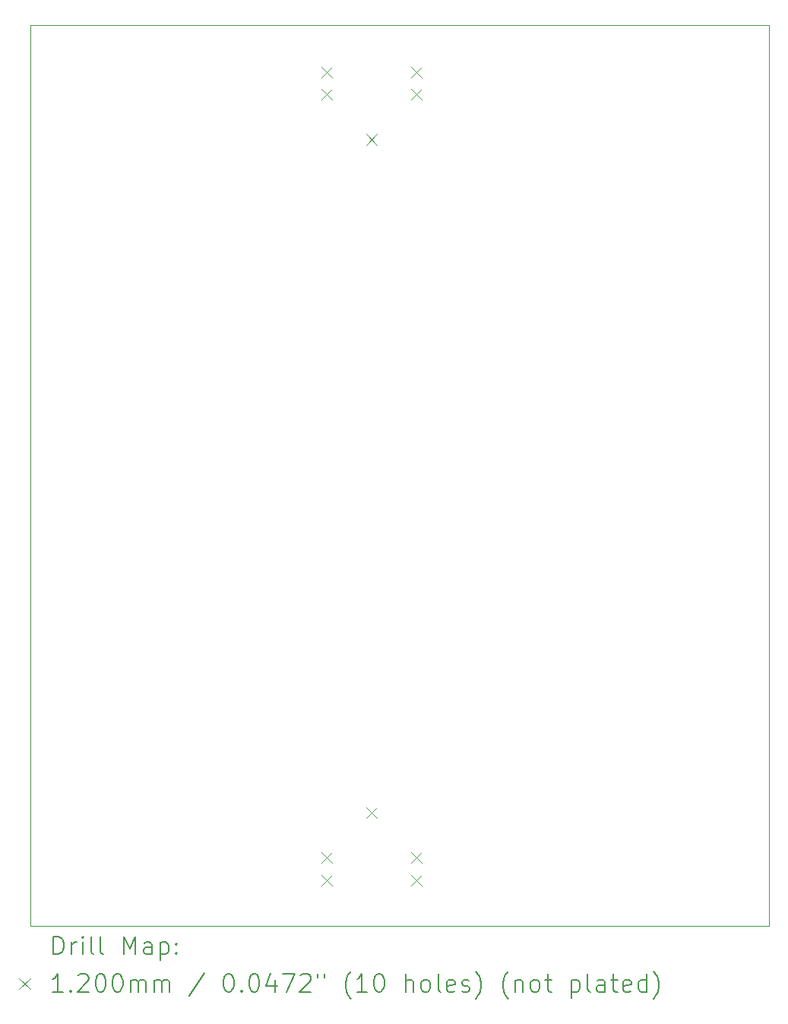
<source format=gbr>
%TF.GenerationSoftware,KiCad,Pcbnew,7.0.7*%
%TF.CreationDate,2024-06-09T16:01:03+02:00*%
%TF.ProjectId,Audio Amplifier,41756469-6f20-4416-9d70-6c6966696572,rev?*%
%TF.SameCoordinates,Original*%
%TF.FileFunction,Drillmap*%
%TF.FilePolarity,Positive*%
%FSLAX45Y45*%
G04 Gerber Fmt 4.5, Leading zero omitted, Abs format (unit mm)*
G04 Created by KiCad (PCBNEW 7.0.7) date 2024-06-09 16:01:03*
%MOMM*%
%LPD*%
G01*
G04 APERTURE LIST*
%ADD10C,0.100000*%
%ADD11C,0.200000*%
%ADD12C,0.120000*%
G04 APERTURE END LIST*
D10*
X10176250Y-5316276D02*
X18405850Y-5316276D01*
X18405850Y-15349275D01*
X10176250Y-15349275D01*
X10176250Y-5316276D01*
D11*
D12*
X13418000Y-5782000D02*
X13538000Y-5902000D01*
X13538000Y-5782000D02*
X13418000Y-5902000D01*
X13418000Y-6032000D02*
X13538000Y-6152000D01*
X13538000Y-6032000D02*
X13418000Y-6152000D01*
X13418000Y-14532000D02*
X13538000Y-14652000D01*
X13538000Y-14532000D02*
X13418000Y-14652000D01*
X13418000Y-14782000D02*
X13538000Y-14902000D01*
X13538000Y-14782000D02*
X13418000Y-14902000D01*
X13918000Y-6532000D02*
X14038000Y-6652000D01*
X14038000Y-6532000D02*
X13918000Y-6652000D01*
X13918000Y-14032000D02*
X14038000Y-14152000D01*
X14038000Y-14032000D02*
X13918000Y-14152000D01*
X14418000Y-5782000D02*
X14538000Y-5902000D01*
X14538000Y-5782000D02*
X14418000Y-5902000D01*
X14418000Y-6032000D02*
X14538000Y-6152000D01*
X14538000Y-6032000D02*
X14418000Y-6152000D01*
X14418000Y-14532000D02*
X14538000Y-14652000D01*
X14538000Y-14532000D02*
X14418000Y-14652000D01*
X14418000Y-14782000D02*
X14538000Y-14902000D01*
X14538000Y-14782000D02*
X14418000Y-14902000D01*
D11*
X10432027Y-15665759D02*
X10432027Y-15465759D01*
X10432027Y-15465759D02*
X10479646Y-15465759D01*
X10479646Y-15465759D02*
X10508217Y-15475283D01*
X10508217Y-15475283D02*
X10527265Y-15494331D01*
X10527265Y-15494331D02*
X10536789Y-15513378D01*
X10536789Y-15513378D02*
X10546313Y-15551473D01*
X10546313Y-15551473D02*
X10546313Y-15580045D01*
X10546313Y-15580045D02*
X10536789Y-15618140D01*
X10536789Y-15618140D02*
X10527265Y-15637188D01*
X10527265Y-15637188D02*
X10508217Y-15656235D01*
X10508217Y-15656235D02*
X10479646Y-15665759D01*
X10479646Y-15665759D02*
X10432027Y-15665759D01*
X10632027Y-15665759D02*
X10632027Y-15532426D01*
X10632027Y-15570521D02*
X10641551Y-15551473D01*
X10641551Y-15551473D02*
X10651074Y-15541950D01*
X10651074Y-15541950D02*
X10670122Y-15532426D01*
X10670122Y-15532426D02*
X10689170Y-15532426D01*
X10755836Y-15665759D02*
X10755836Y-15532426D01*
X10755836Y-15465759D02*
X10746313Y-15475283D01*
X10746313Y-15475283D02*
X10755836Y-15484807D01*
X10755836Y-15484807D02*
X10765360Y-15475283D01*
X10765360Y-15475283D02*
X10755836Y-15465759D01*
X10755836Y-15465759D02*
X10755836Y-15484807D01*
X10879646Y-15665759D02*
X10860598Y-15656235D01*
X10860598Y-15656235D02*
X10851074Y-15637188D01*
X10851074Y-15637188D02*
X10851074Y-15465759D01*
X10984408Y-15665759D02*
X10965360Y-15656235D01*
X10965360Y-15656235D02*
X10955836Y-15637188D01*
X10955836Y-15637188D02*
X10955836Y-15465759D01*
X11212979Y-15665759D02*
X11212979Y-15465759D01*
X11212979Y-15465759D02*
X11279646Y-15608616D01*
X11279646Y-15608616D02*
X11346312Y-15465759D01*
X11346312Y-15465759D02*
X11346312Y-15665759D01*
X11527265Y-15665759D02*
X11527265Y-15560997D01*
X11527265Y-15560997D02*
X11517741Y-15541950D01*
X11517741Y-15541950D02*
X11498693Y-15532426D01*
X11498693Y-15532426D02*
X11460598Y-15532426D01*
X11460598Y-15532426D02*
X11441551Y-15541950D01*
X11527265Y-15656235D02*
X11508217Y-15665759D01*
X11508217Y-15665759D02*
X11460598Y-15665759D01*
X11460598Y-15665759D02*
X11441551Y-15656235D01*
X11441551Y-15656235D02*
X11432027Y-15637188D01*
X11432027Y-15637188D02*
X11432027Y-15618140D01*
X11432027Y-15618140D02*
X11441551Y-15599093D01*
X11441551Y-15599093D02*
X11460598Y-15589569D01*
X11460598Y-15589569D02*
X11508217Y-15589569D01*
X11508217Y-15589569D02*
X11527265Y-15580045D01*
X11622503Y-15532426D02*
X11622503Y-15732426D01*
X11622503Y-15541950D02*
X11641551Y-15532426D01*
X11641551Y-15532426D02*
X11679646Y-15532426D01*
X11679646Y-15532426D02*
X11698693Y-15541950D01*
X11698693Y-15541950D02*
X11708217Y-15551473D01*
X11708217Y-15551473D02*
X11717741Y-15570521D01*
X11717741Y-15570521D02*
X11717741Y-15627664D01*
X11717741Y-15627664D02*
X11708217Y-15646712D01*
X11708217Y-15646712D02*
X11698693Y-15656235D01*
X11698693Y-15656235D02*
X11679646Y-15665759D01*
X11679646Y-15665759D02*
X11641551Y-15665759D01*
X11641551Y-15665759D02*
X11622503Y-15656235D01*
X11803455Y-15646712D02*
X11812979Y-15656235D01*
X11812979Y-15656235D02*
X11803455Y-15665759D01*
X11803455Y-15665759D02*
X11793932Y-15656235D01*
X11793932Y-15656235D02*
X11803455Y-15646712D01*
X11803455Y-15646712D02*
X11803455Y-15665759D01*
X11803455Y-15541950D02*
X11812979Y-15551473D01*
X11812979Y-15551473D02*
X11803455Y-15560997D01*
X11803455Y-15560997D02*
X11793932Y-15551473D01*
X11793932Y-15551473D02*
X11803455Y-15541950D01*
X11803455Y-15541950D02*
X11803455Y-15560997D01*
D12*
X10051250Y-15934275D02*
X10171250Y-16054275D01*
X10171250Y-15934275D02*
X10051250Y-16054275D01*
D11*
X10536789Y-16085759D02*
X10422503Y-16085759D01*
X10479646Y-16085759D02*
X10479646Y-15885759D01*
X10479646Y-15885759D02*
X10460598Y-15914331D01*
X10460598Y-15914331D02*
X10441551Y-15933378D01*
X10441551Y-15933378D02*
X10422503Y-15942902D01*
X10622503Y-16066712D02*
X10632027Y-16076235D01*
X10632027Y-16076235D02*
X10622503Y-16085759D01*
X10622503Y-16085759D02*
X10612979Y-16076235D01*
X10612979Y-16076235D02*
X10622503Y-16066712D01*
X10622503Y-16066712D02*
X10622503Y-16085759D01*
X10708217Y-15904807D02*
X10717741Y-15895283D01*
X10717741Y-15895283D02*
X10736789Y-15885759D01*
X10736789Y-15885759D02*
X10784408Y-15885759D01*
X10784408Y-15885759D02*
X10803455Y-15895283D01*
X10803455Y-15895283D02*
X10812979Y-15904807D01*
X10812979Y-15904807D02*
X10822503Y-15923854D01*
X10822503Y-15923854D02*
X10822503Y-15942902D01*
X10822503Y-15942902D02*
X10812979Y-15971473D01*
X10812979Y-15971473D02*
X10698694Y-16085759D01*
X10698694Y-16085759D02*
X10822503Y-16085759D01*
X10946313Y-15885759D02*
X10965360Y-15885759D01*
X10965360Y-15885759D02*
X10984408Y-15895283D01*
X10984408Y-15895283D02*
X10993932Y-15904807D01*
X10993932Y-15904807D02*
X11003455Y-15923854D01*
X11003455Y-15923854D02*
X11012979Y-15961950D01*
X11012979Y-15961950D02*
X11012979Y-16009569D01*
X11012979Y-16009569D02*
X11003455Y-16047664D01*
X11003455Y-16047664D02*
X10993932Y-16066712D01*
X10993932Y-16066712D02*
X10984408Y-16076235D01*
X10984408Y-16076235D02*
X10965360Y-16085759D01*
X10965360Y-16085759D02*
X10946313Y-16085759D01*
X10946313Y-16085759D02*
X10927265Y-16076235D01*
X10927265Y-16076235D02*
X10917741Y-16066712D01*
X10917741Y-16066712D02*
X10908217Y-16047664D01*
X10908217Y-16047664D02*
X10898694Y-16009569D01*
X10898694Y-16009569D02*
X10898694Y-15961950D01*
X10898694Y-15961950D02*
X10908217Y-15923854D01*
X10908217Y-15923854D02*
X10917741Y-15904807D01*
X10917741Y-15904807D02*
X10927265Y-15895283D01*
X10927265Y-15895283D02*
X10946313Y-15885759D01*
X11136789Y-15885759D02*
X11155836Y-15885759D01*
X11155836Y-15885759D02*
X11174884Y-15895283D01*
X11174884Y-15895283D02*
X11184408Y-15904807D01*
X11184408Y-15904807D02*
X11193932Y-15923854D01*
X11193932Y-15923854D02*
X11203455Y-15961950D01*
X11203455Y-15961950D02*
X11203455Y-16009569D01*
X11203455Y-16009569D02*
X11193932Y-16047664D01*
X11193932Y-16047664D02*
X11184408Y-16066712D01*
X11184408Y-16066712D02*
X11174884Y-16076235D01*
X11174884Y-16076235D02*
X11155836Y-16085759D01*
X11155836Y-16085759D02*
X11136789Y-16085759D01*
X11136789Y-16085759D02*
X11117741Y-16076235D01*
X11117741Y-16076235D02*
X11108217Y-16066712D01*
X11108217Y-16066712D02*
X11098694Y-16047664D01*
X11098694Y-16047664D02*
X11089170Y-16009569D01*
X11089170Y-16009569D02*
X11089170Y-15961950D01*
X11089170Y-15961950D02*
X11098694Y-15923854D01*
X11098694Y-15923854D02*
X11108217Y-15904807D01*
X11108217Y-15904807D02*
X11117741Y-15895283D01*
X11117741Y-15895283D02*
X11136789Y-15885759D01*
X11289170Y-16085759D02*
X11289170Y-15952426D01*
X11289170Y-15971473D02*
X11298693Y-15961950D01*
X11298693Y-15961950D02*
X11317741Y-15952426D01*
X11317741Y-15952426D02*
X11346313Y-15952426D01*
X11346313Y-15952426D02*
X11365360Y-15961950D01*
X11365360Y-15961950D02*
X11374884Y-15980997D01*
X11374884Y-15980997D02*
X11374884Y-16085759D01*
X11374884Y-15980997D02*
X11384408Y-15961950D01*
X11384408Y-15961950D02*
X11403455Y-15952426D01*
X11403455Y-15952426D02*
X11432027Y-15952426D01*
X11432027Y-15952426D02*
X11451074Y-15961950D01*
X11451074Y-15961950D02*
X11460598Y-15980997D01*
X11460598Y-15980997D02*
X11460598Y-16085759D01*
X11555836Y-16085759D02*
X11555836Y-15952426D01*
X11555836Y-15971473D02*
X11565360Y-15961950D01*
X11565360Y-15961950D02*
X11584408Y-15952426D01*
X11584408Y-15952426D02*
X11612979Y-15952426D01*
X11612979Y-15952426D02*
X11632027Y-15961950D01*
X11632027Y-15961950D02*
X11641551Y-15980997D01*
X11641551Y-15980997D02*
X11641551Y-16085759D01*
X11641551Y-15980997D02*
X11651074Y-15961950D01*
X11651074Y-15961950D02*
X11670122Y-15952426D01*
X11670122Y-15952426D02*
X11698693Y-15952426D01*
X11698693Y-15952426D02*
X11717741Y-15961950D01*
X11717741Y-15961950D02*
X11727265Y-15980997D01*
X11727265Y-15980997D02*
X11727265Y-16085759D01*
X12117741Y-15876235D02*
X11946313Y-16133378D01*
X12374884Y-15885759D02*
X12393932Y-15885759D01*
X12393932Y-15885759D02*
X12412979Y-15895283D01*
X12412979Y-15895283D02*
X12422503Y-15904807D01*
X12422503Y-15904807D02*
X12432027Y-15923854D01*
X12432027Y-15923854D02*
X12441551Y-15961950D01*
X12441551Y-15961950D02*
X12441551Y-16009569D01*
X12441551Y-16009569D02*
X12432027Y-16047664D01*
X12432027Y-16047664D02*
X12422503Y-16066712D01*
X12422503Y-16066712D02*
X12412979Y-16076235D01*
X12412979Y-16076235D02*
X12393932Y-16085759D01*
X12393932Y-16085759D02*
X12374884Y-16085759D01*
X12374884Y-16085759D02*
X12355836Y-16076235D01*
X12355836Y-16076235D02*
X12346313Y-16066712D01*
X12346313Y-16066712D02*
X12336789Y-16047664D01*
X12336789Y-16047664D02*
X12327265Y-16009569D01*
X12327265Y-16009569D02*
X12327265Y-15961950D01*
X12327265Y-15961950D02*
X12336789Y-15923854D01*
X12336789Y-15923854D02*
X12346313Y-15904807D01*
X12346313Y-15904807D02*
X12355836Y-15895283D01*
X12355836Y-15895283D02*
X12374884Y-15885759D01*
X12527265Y-16066712D02*
X12536789Y-16076235D01*
X12536789Y-16076235D02*
X12527265Y-16085759D01*
X12527265Y-16085759D02*
X12517741Y-16076235D01*
X12517741Y-16076235D02*
X12527265Y-16066712D01*
X12527265Y-16066712D02*
X12527265Y-16085759D01*
X12660598Y-15885759D02*
X12679646Y-15885759D01*
X12679646Y-15885759D02*
X12698694Y-15895283D01*
X12698694Y-15895283D02*
X12708217Y-15904807D01*
X12708217Y-15904807D02*
X12717741Y-15923854D01*
X12717741Y-15923854D02*
X12727265Y-15961950D01*
X12727265Y-15961950D02*
X12727265Y-16009569D01*
X12727265Y-16009569D02*
X12717741Y-16047664D01*
X12717741Y-16047664D02*
X12708217Y-16066712D01*
X12708217Y-16066712D02*
X12698694Y-16076235D01*
X12698694Y-16076235D02*
X12679646Y-16085759D01*
X12679646Y-16085759D02*
X12660598Y-16085759D01*
X12660598Y-16085759D02*
X12641551Y-16076235D01*
X12641551Y-16076235D02*
X12632027Y-16066712D01*
X12632027Y-16066712D02*
X12622503Y-16047664D01*
X12622503Y-16047664D02*
X12612979Y-16009569D01*
X12612979Y-16009569D02*
X12612979Y-15961950D01*
X12612979Y-15961950D02*
X12622503Y-15923854D01*
X12622503Y-15923854D02*
X12632027Y-15904807D01*
X12632027Y-15904807D02*
X12641551Y-15895283D01*
X12641551Y-15895283D02*
X12660598Y-15885759D01*
X12898694Y-15952426D02*
X12898694Y-16085759D01*
X12851075Y-15876235D02*
X12803456Y-16019093D01*
X12803456Y-16019093D02*
X12927265Y-16019093D01*
X12984408Y-15885759D02*
X13117741Y-15885759D01*
X13117741Y-15885759D02*
X13032027Y-16085759D01*
X13184408Y-15904807D02*
X13193932Y-15895283D01*
X13193932Y-15895283D02*
X13212979Y-15885759D01*
X13212979Y-15885759D02*
X13260598Y-15885759D01*
X13260598Y-15885759D02*
X13279646Y-15895283D01*
X13279646Y-15895283D02*
X13289170Y-15904807D01*
X13289170Y-15904807D02*
X13298694Y-15923854D01*
X13298694Y-15923854D02*
X13298694Y-15942902D01*
X13298694Y-15942902D02*
X13289170Y-15971473D01*
X13289170Y-15971473D02*
X13174884Y-16085759D01*
X13174884Y-16085759D02*
X13298694Y-16085759D01*
X13374884Y-15885759D02*
X13374884Y-15923854D01*
X13451075Y-15885759D02*
X13451075Y-15923854D01*
X13746313Y-16161950D02*
X13736789Y-16152426D01*
X13736789Y-16152426D02*
X13717741Y-16123854D01*
X13717741Y-16123854D02*
X13708218Y-16104807D01*
X13708218Y-16104807D02*
X13698694Y-16076235D01*
X13698694Y-16076235D02*
X13689170Y-16028616D01*
X13689170Y-16028616D02*
X13689170Y-15990521D01*
X13689170Y-15990521D02*
X13698694Y-15942902D01*
X13698694Y-15942902D02*
X13708218Y-15914331D01*
X13708218Y-15914331D02*
X13717741Y-15895283D01*
X13717741Y-15895283D02*
X13736789Y-15866712D01*
X13736789Y-15866712D02*
X13746313Y-15857188D01*
X13927265Y-16085759D02*
X13812979Y-16085759D01*
X13870122Y-16085759D02*
X13870122Y-15885759D01*
X13870122Y-15885759D02*
X13851075Y-15914331D01*
X13851075Y-15914331D02*
X13832027Y-15933378D01*
X13832027Y-15933378D02*
X13812979Y-15942902D01*
X14051075Y-15885759D02*
X14070122Y-15885759D01*
X14070122Y-15885759D02*
X14089170Y-15895283D01*
X14089170Y-15895283D02*
X14098694Y-15904807D01*
X14098694Y-15904807D02*
X14108218Y-15923854D01*
X14108218Y-15923854D02*
X14117741Y-15961950D01*
X14117741Y-15961950D02*
X14117741Y-16009569D01*
X14117741Y-16009569D02*
X14108218Y-16047664D01*
X14108218Y-16047664D02*
X14098694Y-16066712D01*
X14098694Y-16066712D02*
X14089170Y-16076235D01*
X14089170Y-16076235D02*
X14070122Y-16085759D01*
X14070122Y-16085759D02*
X14051075Y-16085759D01*
X14051075Y-16085759D02*
X14032027Y-16076235D01*
X14032027Y-16076235D02*
X14022503Y-16066712D01*
X14022503Y-16066712D02*
X14012979Y-16047664D01*
X14012979Y-16047664D02*
X14003456Y-16009569D01*
X14003456Y-16009569D02*
X14003456Y-15961950D01*
X14003456Y-15961950D02*
X14012979Y-15923854D01*
X14012979Y-15923854D02*
X14022503Y-15904807D01*
X14022503Y-15904807D02*
X14032027Y-15895283D01*
X14032027Y-15895283D02*
X14051075Y-15885759D01*
X14355837Y-16085759D02*
X14355837Y-15885759D01*
X14441551Y-16085759D02*
X14441551Y-15980997D01*
X14441551Y-15980997D02*
X14432027Y-15961950D01*
X14432027Y-15961950D02*
X14412980Y-15952426D01*
X14412980Y-15952426D02*
X14384408Y-15952426D01*
X14384408Y-15952426D02*
X14365360Y-15961950D01*
X14365360Y-15961950D02*
X14355837Y-15971473D01*
X14565360Y-16085759D02*
X14546313Y-16076235D01*
X14546313Y-16076235D02*
X14536789Y-16066712D01*
X14536789Y-16066712D02*
X14527265Y-16047664D01*
X14527265Y-16047664D02*
X14527265Y-15990521D01*
X14527265Y-15990521D02*
X14536789Y-15971473D01*
X14536789Y-15971473D02*
X14546313Y-15961950D01*
X14546313Y-15961950D02*
X14565360Y-15952426D01*
X14565360Y-15952426D02*
X14593932Y-15952426D01*
X14593932Y-15952426D02*
X14612980Y-15961950D01*
X14612980Y-15961950D02*
X14622503Y-15971473D01*
X14622503Y-15971473D02*
X14632027Y-15990521D01*
X14632027Y-15990521D02*
X14632027Y-16047664D01*
X14632027Y-16047664D02*
X14622503Y-16066712D01*
X14622503Y-16066712D02*
X14612980Y-16076235D01*
X14612980Y-16076235D02*
X14593932Y-16085759D01*
X14593932Y-16085759D02*
X14565360Y-16085759D01*
X14746313Y-16085759D02*
X14727265Y-16076235D01*
X14727265Y-16076235D02*
X14717741Y-16057188D01*
X14717741Y-16057188D02*
X14717741Y-15885759D01*
X14898694Y-16076235D02*
X14879646Y-16085759D01*
X14879646Y-16085759D02*
X14841551Y-16085759D01*
X14841551Y-16085759D02*
X14822503Y-16076235D01*
X14822503Y-16076235D02*
X14812980Y-16057188D01*
X14812980Y-16057188D02*
X14812980Y-15980997D01*
X14812980Y-15980997D02*
X14822503Y-15961950D01*
X14822503Y-15961950D02*
X14841551Y-15952426D01*
X14841551Y-15952426D02*
X14879646Y-15952426D01*
X14879646Y-15952426D02*
X14898694Y-15961950D01*
X14898694Y-15961950D02*
X14908218Y-15980997D01*
X14908218Y-15980997D02*
X14908218Y-16000045D01*
X14908218Y-16000045D02*
X14812980Y-16019093D01*
X14984408Y-16076235D02*
X15003456Y-16085759D01*
X15003456Y-16085759D02*
X15041551Y-16085759D01*
X15041551Y-16085759D02*
X15060599Y-16076235D01*
X15060599Y-16076235D02*
X15070122Y-16057188D01*
X15070122Y-16057188D02*
X15070122Y-16047664D01*
X15070122Y-16047664D02*
X15060599Y-16028616D01*
X15060599Y-16028616D02*
X15041551Y-16019093D01*
X15041551Y-16019093D02*
X15012980Y-16019093D01*
X15012980Y-16019093D02*
X14993932Y-16009569D01*
X14993932Y-16009569D02*
X14984408Y-15990521D01*
X14984408Y-15990521D02*
X14984408Y-15980997D01*
X14984408Y-15980997D02*
X14993932Y-15961950D01*
X14993932Y-15961950D02*
X15012980Y-15952426D01*
X15012980Y-15952426D02*
X15041551Y-15952426D01*
X15041551Y-15952426D02*
X15060599Y-15961950D01*
X15136789Y-16161950D02*
X15146313Y-16152426D01*
X15146313Y-16152426D02*
X15165361Y-16123854D01*
X15165361Y-16123854D02*
X15174884Y-16104807D01*
X15174884Y-16104807D02*
X15184408Y-16076235D01*
X15184408Y-16076235D02*
X15193932Y-16028616D01*
X15193932Y-16028616D02*
X15193932Y-15990521D01*
X15193932Y-15990521D02*
X15184408Y-15942902D01*
X15184408Y-15942902D02*
X15174884Y-15914331D01*
X15174884Y-15914331D02*
X15165361Y-15895283D01*
X15165361Y-15895283D02*
X15146313Y-15866712D01*
X15146313Y-15866712D02*
X15136789Y-15857188D01*
X15498694Y-16161950D02*
X15489170Y-16152426D01*
X15489170Y-16152426D02*
X15470122Y-16123854D01*
X15470122Y-16123854D02*
X15460599Y-16104807D01*
X15460599Y-16104807D02*
X15451075Y-16076235D01*
X15451075Y-16076235D02*
X15441551Y-16028616D01*
X15441551Y-16028616D02*
X15441551Y-15990521D01*
X15441551Y-15990521D02*
X15451075Y-15942902D01*
X15451075Y-15942902D02*
X15460599Y-15914331D01*
X15460599Y-15914331D02*
X15470122Y-15895283D01*
X15470122Y-15895283D02*
X15489170Y-15866712D01*
X15489170Y-15866712D02*
X15498694Y-15857188D01*
X15574884Y-15952426D02*
X15574884Y-16085759D01*
X15574884Y-15971473D02*
X15584408Y-15961950D01*
X15584408Y-15961950D02*
X15603456Y-15952426D01*
X15603456Y-15952426D02*
X15632027Y-15952426D01*
X15632027Y-15952426D02*
X15651075Y-15961950D01*
X15651075Y-15961950D02*
X15660599Y-15980997D01*
X15660599Y-15980997D02*
X15660599Y-16085759D01*
X15784408Y-16085759D02*
X15765361Y-16076235D01*
X15765361Y-16076235D02*
X15755837Y-16066712D01*
X15755837Y-16066712D02*
X15746313Y-16047664D01*
X15746313Y-16047664D02*
X15746313Y-15990521D01*
X15746313Y-15990521D02*
X15755837Y-15971473D01*
X15755837Y-15971473D02*
X15765361Y-15961950D01*
X15765361Y-15961950D02*
X15784408Y-15952426D01*
X15784408Y-15952426D02*
X15812980Y-15952426D01*
X15812980Y-15952426D02*
X15832027Y-15961950D01*
X15832027Y-15961950D02*
X15841551Y-15971473D01*
X15841551Y-15971473D02*
X15851075Y-15990521D01*
X15851075Y-15990521D02*
X15851075Y-16047664D01*
X15851075Y-16047664D02*
X15841551Y-16066712D01*
X15841551Y-16066712D02*
X15832027Y-16076235D01*
X15832027Y-16076235D02*
X15812980Y-16085759D01*
X15812980Y-16085759D02*
X15784408Y-16085759D01*
X15908218Y-15952426D02*
X15984408Y-15952426D01*
X15936789Y-15885759D02*
X15936789Y-16057188D01*
X15936789Y-16057188D02*
X15946313Y-16076235D01*
X15946313Y-16076235D02*
X15965361Y-16085759D01*
X15965361Y-16085759D02*
X15984408Y-16085759D01*
X16203456Y-15952426D02*
X16203456Y-16152426D01*
X16203456Y-15961950D02*
X16222503Y-15952426D01*
X16222503Y-15952426D02*
X16260599Y-15952426D01*
X16260599Y-15952426D02*
X16279646Y-15961950D01*
X16279646Y-15961950D02*
X16289170Y-15971473D01*
X16289170Y-15971473D02*
X16298694Y-15990521D01*
X16298694Y-15990521D02*
X16298694Y-16047664D01*
X16298694Y-16047664D02*
X16289170Y-16066712D01*
X16289170Y-16066712D02*
X16279646Y-16076235D01*
X16279646Y-16076235D02*
X16260599Y-16085759D01*
X16260599Y-16085759D02*
X16222503Y-16085759D01*
X16222503Y-16085759D02*
X16203456Y-16076235D01*
X16412980Y-16085759D02*
X16393932Y-16076235D01*
X16393932Y-16076235D02*
X16384408Y-16057188D01*
X16384408Y-16057188D02*
X16384408Y-15885759D01*
X16574884Y-16085759D02*
X16574884Y-15980997D01*
X16574884Y-15980997D02*
X16565361Y-15961950D01*
X16565361Y-15961950D02*
X16546313Y-15952426D01*
X16546313Y-15952426D02*
X16508218Y-15952426D01*
X16508218Y-15952426D02*
X16489170Y-15961950D01*
X16574884Y-16076235D02*
X16555837Y-16085759D01*
X16555837Y-16085759D02*
X16508218Y-16085759D01*
X16508218Y-16085759D02*
X16489170Y-16076235D01*
X16489170Y-16076235D02*
X16479646Y-16057188D01*
X16479646Y-16057188D02*
X16479646Y-16038140D01*
X16479646Y-16038140D02*
X16489170Y-16019093D01*
X16489170Y-16019093D02*
X16508218Y-16009569D01*
X16508218Y-16009569D02*
X16555837Y-16009569D01*
X16555837Y-16009569D02*
X16574884Y-16000045D01*
X16641551Y-15952426D02*
X16717742Y-15952426D01*
X16670123Y-15885759D02*
X16670123Y-16057188D01*
X16670123Y-16057188D02*
X16679646Y-16076235D01*
X16679646Y-16076235D02*
X16698694Y-16085759D01*
X16698694Y-16085759D02*
X16717742Y-16085759D01*
X16860599Y-16076235D02*
X16841551Y-16085759D01*
X16841551Y-16085759D02*
X16803456Y-16085759D01*
X16803456Y-16085759D02*
X16784408Y-16076235D01*
X16784408Y-16076235D02*
X16774884Y-16057188D01*
X16774884Y-16057188D02*
X16774884Y-15980997D01*
X16774884Y-15980997D02*
X16784408Y-15961950D01*
X16784408Y-15961950D02*
X16803456Y-15952426D01*
X16803456Y-15952426D02*
X16841551Y-15952426D01*
X16841551Y-15952426D02*
X16860599Y-15961950D01*
X16860599Y-15961950D02*
X16870123Y-15980997D01*
X16870123Y-15980997D02*
X16870123Y-16000045D01*
X16870123Y-16000045D02*
X16774884Y-16019093D01*
X17041551Y-16085759D02*
X17041551Y-15885759D01*
X17041551Y-16076235D02*
X17022504Y-16085759D01*
X17022504Y-16085759D02*
X16984408Y-16085759D01*
X16984408Y-16085759D02*
X16965361Y-16076235D01*
X16965361Y-16076235D02*
X16955837Y-16066712D01*
X16955837Y-16066712D02*
X16946313Y-16047664D01*
X16946313Y-16047664D02*
X16946313Y-15990521D01*
X16946313Y-15990521D02*
X16955837Y-15971473D01*
X16955837Y-15971473D02*
X16965361Y-15961950D01*
X16965361Y-15961950D02*
X16984408Y-15952426D01*
X16984408Y-15952426D02*
X17022504Y-15952426D01*
X17022504Y-15952426D02*
X17041551Y-15961950D01*
X17117742Y-16161950D02*
X17127266Y-16152426D01*
X17127266Y-16152426D02*
X17146313Y-16123854D01*
X17146313Y-16123854D02*
X17155837Y-16104807D01*
X17155837Y-16104807D02*
X17165361Y-16076235D01*
X17165361Y-16076235D02*
X17174885Y-16028616D01*
X17174885Y-16028616D02*
X17174885Y-15990521D01*
X17174885Y-15990521D02*
X17165361Y-15942902D01*
X17165361Y-15942902D02*
X17155837Y-15914331D01*
X17155837Y-15914331D02*
X17146313Y-15895283D01*
X17146313Y-15895283D02*
X17127266Y-15866712D01*
X17127266Y-15866712D02*
X17117742Y-15857188D01*
M02*

</source>
